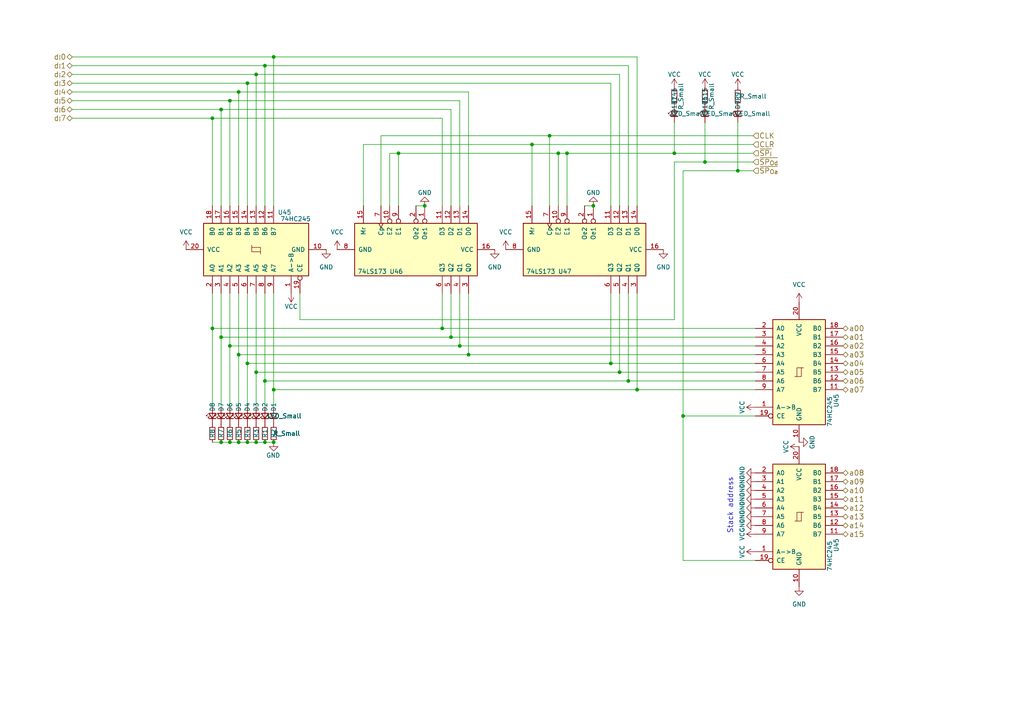
<source format=kicad_sch>
(kicad_sch (version 20230121) (generator eeschema)
  (paper "A4")
  (lib_symbols
    (symbol "74xx:74HC245" (pin_names (offset 1.016))
      (property "Reference" "U" (at -7.62 16.51 0))
      (property "Value" "74HC245" (at -7.62 -16.51 0))
      (symbol "74HC245_1_0"
        (polyline (pts (xy -0.635 -1.27) (xy -0.635 1.27) (xy 0.635 1.27)))
        (polyline (pts (xy -1.27 -1.27) (xy 0.635 -1.27) (xy 0.635 1.27) (xy 1.27 1.27)))
        (pin input line (at -12.7 -10.16 0) (length 5.08) (name "A->B") (number "1"))
        (pin power_in line (at 0 -20.32 90) (length 5.08) (name "GND") (number "10"))
        (pin tri_state line (at 12.7 -5.08 180) (length 5.08) (name "B7") (number "11"))
        (pin tri_state line (at 12.7 -2.54 180) (length 5.08) (name "B6") (number "12"))
        (pin tri_state line (at 12.7 0 180) (length 5.08) (name "B5") (number "13"))
        (pin tri_state line (at 12.7 2.54 180) (length 5.08) (name "B4") (number "14"))
        (pin tri_state line (at 12.7 5.08 180) (length 5.08) (name "B3") (number "15"))
        (pin tri_state line (at 12.7 7.62 180) (length 5.08) (name "B2") (number "16"))
        (pin tri_state line (at 12.7 10.16 180) (length 5.08) (name "B1") (number "17"))
        (pin tri_state line (at 12.7 12.7 180) (length 5.08) (name "B0") (number "18"))
        (pin input inverted (at -12.7 -12.7 0) (length 5.08) (name "CE") (number "19"))
        (pin tri_state line (at -12.7 12.7 0) (length 5.08) (name "A0") (number "2"))
        (pin power_in line (at 0 20.32 270) (length 5.08) (name "VCC") (number "20"))
        (pin tri_state line (at -12.7 10.16 0) (length 5.08) (name "A1") (number "3"))
        (pin tri_state line (at -12.7 7.62 0) (length 5.08) (name "A2") (number "4"))
        (pin tri_state line (at -12.7 5.08 0) (length 5.08) (name "A3") (number "5"))
        (pin tri_state line (at -12.7 2.54 0) (length 5.08) (name "A4") (number "6"))
        (pin tri_state line (at -12.7 0 0) (length 5.08) (name "A5") (number "7"))
        (pin tri_state line (at -12.7 -2.54 0) (length 5.08) (name "A6") (number "8"))
        (pin tri_state line (at -12.7 -5.08 0) (length 5.08) (name "A7") (number "9"))
      )
      (symbol "74HC245_1_1"
        (rectangle (start -7.62 15.24) (end 7.62 -15.24) (stroke (width 0.254)) (fill (type background)))
      )
    )
    (symbol "74xx:74LS173" (pin_names (offset 1.016))
      (property "Reference" "U" (at -7.62 19.05 0))
      (property "Value" "74LS173" (at -7.62 -19.05 0))
      (symbol "74LS173_1_0"
        (pin input inverted (at -12.7 2.54 0) (length 5.08) (name "Oe1") (number "1"))
        (pin input inverted (at -12.7 -7.62 0) (length 5.08) (name "E2") (number "10"))
        (pin input line (at -12.7 7.62 0) (length 5.08) (name "D3") (number "11"))
        (pin input line (at -12.7 10.16 0) (length 5.08) (name "D2") (number "12"))
        (pin input line (at -12.7 12.7 0) (length 5.08) (name "D1") (number "13"))
        (pin input line (at -12.7 15.24 0) (length 5.08) (name "D0") (number "14"))
        (pin input line (at -12.7 -15.24 0) (length 5.08) (name "Mr") (number "15"))
        (pin power_in line (at 0 22.86 270) (length 5.08) (name "VCC") (number "16"))
        (pin input inverted (at -12.7 0 0) (length 5.08) (name "Oe2") (number "2"))
        (pin tri_state line (at 12.7 15.24 180) (length 5.08) (name "Q0") (number "3"))
        (pin tri_state line (at 12.7 12.7 180) (length 5.08) (name "Q1") (number "4"))
        (pin tri_state line (at 12.7 10.16 180) (length 5.08) (name "Q2") (number "5"))
        (pin tri_state line (at 12.7 7.62 180) (length 5.08) (name "Q3") (number "6"))
        (pin input clock (at -12.7 -10.16 0) (length 5.08) (name "Cp") (number "7"))
        (pin power_in line (at 0 -22.86 90) (length 5.08) (name "GND") (number "8"))
        (pin input inverted (at -12.7 -5.08 0) (length 5.08) (name "E1") (number "9"))
      )
      (symbol "74LS173_1_1"
        (rectangle (start -7.62 17.78) (end 7.62 -17.78) (stroke (width 0.254)) (fill (type background)))
      )
    )
    (symbol "Device:LED_Small" (pin_numbers hide) (pin_names (offset 0.254) hide)
      (property "Reference" "D" (at -1.27 3.175 0))
      (property "Value" "LED_Small" (at -4.445 -2.54 0))
      (symbol "LED_Small_0_1"
        (polyline (pts (xy -0.762 -1.016) (xy -0.762 1.016)) (stroke (width 0.254)))
        (polyline (pts (xy 1.016 0) (xy -0.762 0)))
        (polyline (pts (xy 0.762 -1.016) (xy -0.762 0) (xy 0.762 1.016) (xy 0.762 -1.016)) (stroke (width 0.254)))
        (polyline (pts (xy 0 0.762) (xy -0.508 1.27) (xy -0.254 1.27) (xy -0.508 1.27) (xy -0.508 1.016)))
        (polyline (pts (xy 0.508 1.27) (xy 0 1.778) (xy 0.254 1.778) (xy 0 1.778) (xy 0 1.524)))
      )
      (symbol "LED_Small_1_1"
        (pin passive line (at -2.54 0 0) (length 1.778) (name "K") (number "1"))
        (pin passive line (at 2.54 0 180) (length 1.778) (name "A") (number "2"))
      )
    )
    (symbol "Device:R_Small" (pin_numbers hide) (pin_names (offset 0.254) hide)
      (property "Reference" "R" (at 0.762 0.508 0))
      (property "Value" "R_Small" (at 0.762 -1.016 0))
      (symbol "R_Small_0_1"
        (rectangle (start -0.762 1.778) (end 0.762 -1.778) (stroke (width 0.2032)))
      )
      (symbol "R_Small_1_1"
        (pin passive line (at 0 2.54 270) (length 0.762) (name "~") (number "1"))
        (pin passive line (at 0 -2.54 90) (length 0.762) (name "~") (number "2"))
      )
    )
    (symbol "power:GND" (power) (pin_names (offset 0))
      (property "Value" "GND" (at 0 -3.81 0))
      (symbol "GND_0_1"
        (polyline (pts (xy 0 0) (xy 0 -1.27) (xy 1.27 -1.27) (xy 0 -2.54) (xy -1.27 -1.27) (xy 0 -1.27)))
      )
      (symbol "GND_1_1"
        (pin power_in line (at 0 0 270) (length 0) hide (name "GND") (number "1"))
      )
    )
    (symbol "power:VCC" (power) (pin_names (offset 0))
      (property "Value" "VCC" (at 0 3.81 0))
      (symbol "VCC_0_1"
        (polyline (pts (xy -0.762 1.27) (xy 0 2.54)))
        (polyline (pts (xy 0 0) (xy 0 2.54)))
        (polyline (pts (xy 0 2.54) (xy 0.762 1.27)))
      )
      (symbol "VCC_1_1"
        (pin power_in line (at 0 0 90) (length 0) hide (name "VCC") (number "1"))
      )
    )
  )
  (junction (at 133.35 100.33))
  (junction (at 79.375 16.51))
  (junction (at 69.215 128.27))
  (junction (at 179.705 107.95))
  (junction (at 71.755 24.13))
  (junction (at 71.755 128.27))
  (junction (at 204.47 46.99))
  (junction (at 76.835 110.49))
  (junction (at 76.835 19.05))
  (junction (at 79.375 128.27))
  (junction (at 64.135 31.75))
  (junction (at 161.925 44.45))
  (junction (at 64.135 97.79))
  (junction (at 123.19 59.69))
  (junction (at 115.57 44.45))
  (junction (at 66.675 29.21))
  (junction (at 79.375 113.03))
  (junction (at 159.385 39.37))
  (junction (at 177.165 105.41))
  (junction (at 130.81 97.79))
  (junction (at 154.305 41.91))
  (junction (at 128.27 95.25))
  (junction (at 135.89 102.87))
  (junction (at 195.58 44.45))
  (junction (at 182.245 110.49))
  (junction (at 71.755 105.41))
  (junction (at 64.135 128.27))
  (junction (at 76.835 128.27))
  (junction (at 74.295 107.95))
  (junction (at 69.215 26.67))
  (junction (at 74.295 21.59))
  (junction (at 172.085 59.69))
  (junction (at 213.995 49.53))
  (junction (at 66.675 100.33))
  (junction (at 66.675 128.27))
  (junction (at 198.12 120.65))
  (junction (at 69.215 102.87))
  (junction (at 184.785 113.03))
  (junction (at 61.595 34.29))
  (junction (at 164.465 44.45))
  (junction (at 61.595 95.25))
  (junction (at 74.295 128.27))
  (wire (pts (xy 86.995 85.09) (xy 86.995 92.71)))
  (wire (pts (xy 66.675 29.21) (xy 66.675 59.69)))
  (wire (pts (xy 69.215 128.27) (xy 66.675 128.27)))
  (wire (pts (xy 20.955 34.29) (xy 61.595 34.29)))
  (wire (pts (xy 76.835 19.05) (xy 182.245 19.05)))
  (wire (pts (xy 105.41 41.91) (xy 154.305 41.91)))
  (wire (pts (xy 154.305 41.91) (xy 154.305 59.69)))
  (wire (pts (xy 128.27 95.25) (xy 219.075 95.25)))
  (wire (pts (xy 76.835 110.49) (xy 76.835 118.11)))
  (wire (pts (xy 130.81 97.79) (xy 130.81 85.09)))
  (wire (pts (xy 164.465 44.45) (xy 164.465 59.69)))
  (wire (pts (xy 74.295 21.59) (xy 74.295 59.69)))
  (wire (pts (xy 177.165 105.41) (xy 177.165 85.09)))
  (wire (pts (xy 195.58 35.56) (xy 195.58 44.45)))
  (wire (pts (xy 69.215 26.67) (xy 69.215 59.69)))
  (wire (pts (xy 71.755 24.13) (xy 71.755 59.69)))
  (wire (pts (xy 20.955 21.59) (xy 74.295 21.59)))
  (wire (pts (xy 184.785 16.51) (xy 184.785 59.69)))
  (wire (pts (xy 198.12 162.56) (xy 219.075 162.56)))
  (wire (pts (xy 113.03 44.45) (xy 113.03 59.69)))
  (wire (pts (xy 105.41 59.69) (xy 105.41 41.91)))
  (wire (pts (xy 177.165 105.41) (xy 219.075 105.41)))
  (wire (pts (xy 61.595 34.29) (xy 61.595 59.69)))
  (wire (pts (xy 76.835 85.09) (xy 76.835 110.49)))
  (wire (pts (xy 20.955 26.67) (xy 69.215 26.67)))
  (wire (pts (xy 204.47 35.56) (xy 204.47 46.99)))
  (wire (pts (xy 133.35 29.21) (xy 133.35 59.69)))
  (wire (pts (xy 76.835 19.05) (xy 76.835 59.69)))
  (wire (pts (xy 61.595 95.25) (xy 61.595 118.11)))
  (wire (pts (xy 76.835 128.27) (xy 74.295 128.27)))
  (wire (pts (xy 195.58 46.99) (xy 204.47 46.99)))
  (wire (pts (xy 69.215 102.87) (xy 69.215 118.11)))
  (wire (pts (xy 79.375 16.51) (xy 184.785 16.51)))
  (wire (pts (xy 133.35 100.33) (xy 219.075 100.33)))
  (wire (pts (xy 115.57 44.45) (xy 161.925 44.45)))
  (wire (pts (xy 20.955 29.21) (xy 66.675 29.21)))
  (wire (pts (xy 110.49 39.37) (xy 110.49 59.69)))
  (wire (pts (xy 69.215 102.87) (xy 135.89 102.87)))
  (wire (pts (xy 64.135 31.75) (xy 130.81 31.75)))
  (wire (pts (xy 79.375 85.09) (xy 79.375 113.03)))
  (wire (pts (xy 66.675 128.27) (xy 64.135 128.27)))
  (wire (pts (xy 71.755 105.41) (xy 71.755 118.11)))
  (wire (pts (xy 61.595 34.29) (xy 128.27 34.29)))
  (wire (pts (xy 213.995 35.56) (xy 213.995 49.53)))
  (wire (pts (xy 74.295 107.95) (xy 179.705 107.95)))
  (wire (pts (xy 135.89 26.67) (xy 135.89 59.69)))
  (wire (pts (xy 71.755 128.27) (xy 69.215 128.27)))
  (wire (pts (xy 130.81 31.75) (xy 130.81 59.69)))
  (wire (pts (xy 135.89 102.87) (xy 135.89 85.09)))
  (wire (pts (xy 195.58 44.45) (xy 218.44 44.45)))
  (wire (pts (xy 20.955 31.75) (xy 64.135 31.75)))
  (wire (pts (xy 74.295 107.95) (xy 74.295 118.11)))
  (wire (pts (xy 161.925 44.45) (xy 164.465 44.45)))
  (wire (pts (xy 64.135 31.75) (xy 64.135 59.69)))
  (wire (pts (xy 115.57 44.45) (xy 115.57 59.69)))
  (wire (pts (xy 218.44 39.37) (xy 159.385 39.37)))
  (wire (pts (xy 66.675 100.33) (xy 133.35 100.33)))
  (wire (pts (xy 218.44 49.53) (xy 213.995 49.53)))
  (wire (pts (xy 86.995 92.71) (xy 195.58 92.71)))
  (wire (pts (xy 219.075 120.65) (xy 198.12 120.65)))
  (wire (pts (xy 61.595 95.25) (xy 128.27 95.25)))
  (wire (pts (xy 179.705 107.95) (xy 219.075 107.95)))
  (wire (pts (xy 177.165 24.13) (xy 71.755 24.13)))
  (wire (pts (xy 204.47 46.99) (xy 218.44 46.99)))
  (wire (pts (xy 20.955 19.05) (xy 76.835 19.05)))
  (wire (pts (xy 61.595 85.09) (xy 61.595 95.25)))
  (wire (pts (xy 184.785 85.09) (xy 184.785 113.03)))
  (wire (pts (xy 66.675 100.33) (xy 66.675 118.11)))
  (wire (pts (xy 76.835 110.49) (xy 182.245 110.49)))
  (wire (pts (xy 135.89 102.87) (xy 219.075 102.87)))
  (wire (pts (xy 182.245 19.05) (xy 182.245 59.69)))
  (wire (pts (xy 64.135 128.27) (xy 61.595 128.27)))
  (wire (pts (xy 133.35 100.33) (xy 133.35 85.09)))
  (wire (pts (xy 161.925 44.45) (xy 161.925 59.69)))
  (wire (pts (xy 79.375 113.03) (xy 184.785 113.03)))
  (wire (pts (xy 113.03 44.45) (xy 115.57 44.45)))
  (wire (pts (xy 71.755 85.09) (xy 71.755 105.41)))
  (wire (pts (xy 64.135 85.09) (xy 64.135 97.79)))
  (wire (pts (xy 66.675 29.21) (xy 133.35 29.21)))
  (wire (pts (xy 182.245 85.09) (xy 182.245 110.49)))
  (wire (pts (xy 198.12 49.53) (xy 198.12 120.65)))
  (wire (pts (xy 20.955 24.13) (xy 71.755 24.13)))
  (wire (pts (xy 128.27 95.25) (xy 128.27 85.09)))
  (wire (pts (xy 219.075 110.49) (xy 182.245 110.49)))
  (wire (pts (xy 69.215 85.09) (xy 69.215 102.87)))
  (wire (pts (xy 66.675 85.09) (xy 66.675 100.33)))
  (wire (pts (xy 198.12 120.65) (xy 198.12 162.56)))
  (wire (pts (xy 128.27 34.29) (xy 128.27 59.69)))
  (wire (pts (xy 177.165 59.69) (xy 177.165 24.13)))
  (wire (pts (xy 198.12 49.53) (xy 213.995 49.53)))
  (wire (pts (xy 179.705 107.95) (xy 179.705 85.09)))
  (wire (pts (xy 110.49 39.37) (xy 159.385 39.37)))
  (wire (pts (xy 74.295 21.59) (xy 179.705 21.59)))
  (wire (pts (xy 64.135 97.79) (xy 64.135 118.11)))
  (wire (pts (xy 74.295 85.09) (xy 74.295 107.95)))
  (wire (pts (xy 20.955 16.51) (xy 79.375 16.51)))
  (wire (pts (xy 130.81 97.79) (xy 219.075 97.79)))
  (wire (pts (xy 169.545 59.69) (xy 172.085 59.69)))
  (wire (pts (xy 79.375 128.27) (xy 76.835 128.27)))
  (wire (pts (xy 219.075 113.03) (xy 184.785 113.03)))
  (wire (pts (xy 64.135 97.79) (xy 130.81 97.79)))
  (wire (pts (xy 154.305 41.91) (xy 218.44 41.91)))
  (wire (pts (xy 74.295 128.27) (xy 71.755 128.27)))
  (wire (pts (xy 71.755 105.41) (xy 177.165 105.41)))
  (wire (pts (xy 179.705 21.59) (xy 179.705 59.69)))
  (wire (pts (xy 120.65 59.69) (xy 123.19 59.69)))
  (wire (pts (xy 195.58 46.99) (xy 195.58 92.71)))
  (wire (pts (xy 79.375 16.51) (xy 79.375 59.69)))
  (wire (pts (xy 79.375 113.03) (xy 79.375 118.11)))
  (wire (pts (xy 164.465 44.45) (xy 195.58 44.45)))
  (wire (pts (xy 159.385 39.37) (xy 159.385 59.69)))
  (wire (pts (xy 69.215 26.67) (xy 135.89 26.67)))
  (text "Stack address" (at 212.725 138.43 90) (effects (font (size 1.524 1.524)) (justify right bottom)))
  (hierarchical_label "d_{i}4" (shape tri_state) (at 20.955 26.67 180) (effects (font (size 1.524 1.524))))
  (hierarchical_label "d_{i}2" (shape tri_state) (at 20.955 21.59 180) (effects (font (size 1.524 1.524))))
  (hierarchical_label "a05" (shape tri_state) (at 244.475 107.95 0) (effects (font (size 1.524 1.524))))
  (hierarchical_label "a00" (shape tri_state) (at 244.475 95.25 0) (effects (font (size 1.524 1.524))))
  (hierarchical_label "a11" (shape tri_state) (at 244.475 144.78 0) (effects (font (size 1.524 1.524))))
  (hierarchical_label "~{SP_{Oa}}" (shape input) (at 218.44 49.53 0) (effects (font (size 1.524 1.524))))
  (hierarchical_label "d_{i}6" (shape tri_state) (at 20.955 31.75 180) (effects (font (size 1.524 1.524))))
  (hierarchical_label "a01" (shape tri_state) (at 244.475 97.79 0) (effects (font (size 1.524 1.524))))
  (hierarchical_label "a06" (shape tri_state) (at 244.475 110.49 0) (effects (font (size 1.524 1.524))))
  (hierarchical_label "d_{i}3" (shape tri_state) (at 20.955 24.13 180) (effects (font (size 1.524 1.524))))
  (hierarchical_label "CLK" (shape input) (at 218.44 39.37 0) (effects (font (size 1.524 1.524))))
  (hierarchical_label "a13" (shape tri_state) (at 244.475 149.86 0) (effects (font (size 1.524 1.524))))
  (hierarchical_label "a15" (shape tri_state) (at 244.475 154.94 0) (effects (font (size 1.524 1.524))))
  (hierarchical_label "~{SP_{I}}" (shape input) (at 218.44 44.45 0) (effects (font (size 1.524 1.524))))
  (hierarchical_label "a10" (shape tri_state) (at 244.475 142.24 0) (effects (font (size 1.524 1.524))))
  (hierarchical_label "a12" (shape tri_state) (at 244.475 147.32 0) (effects (font (size 1.524 1.524))))
  (hierarchical_label "a04" (shape tri_state) (at 244.475 105.41 0) (effects (font (size 1.524 1.524))))
  (hierarchical_label "CLR" (shape input) (at 218.44 41.91 0) (effects (font (size 1.524 1.524))))
  (hierarchical_label "d_{i}1" (shape tri_state) (at 20.955 19.05 180) (effects (font (size 1.524 1.524))))
  (hierarchical_label "d_{i}5" (shape tri_state) (at 20.955 29.21 180) (effects (font (size 1.524 1.524))))
  (hierarchical_label "a03" (shape tri_state) (at 244.475 102.87 0) (effects (font (size 1.524 1.524))))
  (hierarchical_label "a14" (shape tri_state) (at 244.475 152.4 0) (effects (font (size 1.524 1.524))))
  (hierarchical_label "a09" (shape tri_state) (at 244.475 139.7 0) (effects (font (size 1.524 1.524))))
  (hierarchical_label "d_{i}7" (shape tri_state) (at 20.955 34.29 180) (effects (font (size 1.524 1.524))))
  (hierarchical_label "a02" (shape tri_state) (at 244.475 100.33 0) (effects (font (size 1.524 1.524))))
  (hierarchical_label "a08" (shape tri_state) (at 244.475 137.16 0) (effects (font (size 1.524 1.524))))
  (hierarchical_label "d_{i}0" (shape tri_state) (at 20.955 16.51 180) (effects (font (size 1.524 1.524))))
  (hierarchical_label "~{SP_{Od}}" (shape input) (at 218.44 46.99 0) (effects (font (size 1.524 1.524))))
  (hierarchical_label "a07" (shape tri_state) (at 244.475 113.03 0) (effects (font (size 1.524 1.524))))
  (symbol (lib_id "power:GND") (at 231.775 128.27 90) (unit 1)
    (property "Reference" "#PWR0168" (effects hide))
    (property "Value" "GND" (at 235.585 128.27 0))
    (instances (project "8bit-computer" (path "" (reference "#PWR0168") (unit 1)) (path "" (reference "#PWR037") (unit 1))))
  )
  (symbol (lib_id "power:VCC") (at 204.47 25.4 0) (mirror y) (unit 1)
    (property "Reference" "#PWR024" (effects hide))
    (property "Value" "VCC" (at 206.375 21.59 0) (effects (justify left)))
    (instances (project "8bit-computer" (path "" (reference "#PWR024") (unit 1)) (path "" (reference "#PWR033") (unit 1)) (path "" (reference "#PWR024") (unit 1))))
  )
  (symbol (lib_id "74xx:74LS173") (at 120.65 72.39 270) (unit 1)
    (property "Reference" "U46" (at 114.935 78.74 90))
    (property "Value" "74LS173" (at 107.95 78.74 90))
    (property "Datasheet" "http://www.ti.com/lit/gpn/sn74LS173" (effects hide))
    (instances (project "8bit-computer" (path "" (reference "U46") (unit 1)) (path "" (reference "U3") (unit 1))))
  )
  (symbol (lib_id "power:GND") (at 192.405 72.39 0) (unit 1)
    (property "Reference" "#PWR0174" (effects hide))
    (property "Value" "GND" (at 192.405 77.47 0))
    (instances (project "8bit-computer" (path "" (reference "#PWR0174") (unit 1)) (path "" (reference "#PWR022") (unit 1))))
  )
  (symbol (lib_id "Device:LED_Small") (at 71.755 120.65 90) (unit 1)
    (property "Reference" "D4" (at 71.755 118.0465 0))
    (property "Value" "LED_Small" (at 82.4865 120.65 90))
    (instances (project "8bit-computer" (path "" (reference "D4") (unit 1)) (path "" (reference "D63") (unit 1)) (path "" (reference "D29") (unit 1))))
  )
  (symbol (lib_id "Device:R_Small") (at 71.755 125.73 0) (unit 1)
    (property "Reference" "R4" (at 71.755 125.73 90))
    (property "Value" "R_Small" (at 83.185 125.73 0))
    (instances (project "8bit-computer" (path "" (reference "R4") (unit 1)) (path "" (reference "R68") (unit 1)) (path "" (reference "R29") (unit 1))))
  )
  (symbol (lib_id "Device:LED_Small") (at 79.375 120.65 90) (unit 1)
    (property "Reference" "D1" (at 79.375 118.0465 0))
    (property "Value" "LED_Small" (at 82.4865 120.65 90))
    (instances (project "8bit-computer" (path "" (reference "D1") (unit 1)) (path "" (reference "D32") (unit 1)) (path "" (reference "D32") (unit 1))))
  )
  (symbol (lib_id "power:GND") (at 219.075 152.4 270) (unit 1)
    (property "Reference" "#PWR0168" (effects hide))
    (property "Value" "GND" (at 215.265 152.4 0))
    (instances (project "8bit-computer" (path "" (reference "#PWR0168") (unit 1)) (path "" (reference "#PWR033") (unit 1))))
  )
  (symbol (lib_id "Device:R_Small") (at 66.675 125.73 0) (unit 1)
    (property "Reference" "R6" (at 66.675 125.73 90))
    (property "Value" "R_Small" (at 83.185 125.73 0))
    (instances (project "8bit-computer" (path "" (reference "R6") (unit 1)) (path "" (reference "R70") (unit 1)) (path "" (reference "R27") (unit 1))))
  )
  (symbol (lib_id "power:GND") (at 79.375 128.27 0) (unit 1)
    (property "Reference" "#PWR097" (effects hide))
    (property "Value" "GND" (at 81.28 132.08 0) (effects (justify right)))
    (instances (project "8bit-computer" (path "" (reference "#PWR097") (unit 1)) (path "" (reference "#PWR0101") (unit 1)) (path "" (reference "#PWR014") (unit 1))))
  )
  (symbol (lib_id "Device:R_Small") (at 64.135 125.73 0) (unit 1)
    (property "Reference" "R7" (at 64.135 125.73 90))
    (property "Value" "R_Small" (at 83.185 125.73 0))
    (instances (project "8bit-computer" (path "" (reference "R7") (unit 1)) (path "" (reference "R71") (unit 1)) (path "" (reference "R26") (unit 1))))
  )
  (symbol (lib_id "power:VCC") (at 195.58 25.4 0) (unit 1)
    (property "Reference" "#PWR0217" (effects hide))
    (property "Value" "VCC" (at 193.675 21.59 0) (effects (justify left)))
    (instances (project "8bit-computer" (path "" (reference "#PWR0217") (unit 1)) (path "" (reference "#PWR023") (unit 1))))
  )
  (symbol (lib_id "74xx:74HC245") (at 231.775 107.95 0) (unit 1)
    (property "Reference" "U45" (at 242.57 116.205 90))
    (property "Value" "74HC245" (at 240.665 119.38 90))
    (property "Datasheet" "http://www.ti.com/lit/gpn/sn74HC245" (effects hide))
    (instances (project "8bit-computer" (path "" (reference "U45") (unit 1)) (path "" (reference "U5") (unit 1))))
  )
  (symbol (lib_id "74xx:74LS173") (at 169.545 72.39 270) (unit 1)
    (property "Reference" "U47" (at 163.83 78.74 90))
    (property "Value" "74LS173" (at 156.845 78.74 90))
    (property "Datasheet" "http://www.ti.com/lit/gpn/sn74LS173" (effects hide))
    (instances (project "8bit-computer" (path "" (reference "U47") (unit 1)) (path "" (reference "U4") (unit 1))))
  )
  (symbol (lib_id "power:GND") (at 219.075 144.78 270) (unit 1)
    (property "Reference" "#PWR0168" (effects hide))
    (property "Value" "GND" (at 215.265 144.78 0))
    (instances (project "8bit-computer" (path "" (reference "#PWR0168") (unit 1)) (path "" (reference "#PWR030") (unit 1))))
  )
  (symbol (lib_id "power:GND") (at 123.19 59.69 180) (unit 1)
    (property "Reference" "#PWR0170" (effects hide))
    (property "Value" "GND" (at 123.19 55.88 0))
    (instances (project "8bit-computer" (path "" (reference "#PWR0170") (unit 1)) (path "" (reference "#PWR018") (unit 1))))
  )
  (symbol (lib_id "power:VCC") (at 219.075 160.02 90) (unit 1)
    (property "Reference" "#PWR0165" (effects hide))
    (property "Value" "VCC" (at 215.265 160.02 0))
    (instances (project "8bit-computer" (path "" (reference "#PWR0165") (unit 1)) (path "" (reference "#PWR035") (unit 1))))
  )
  (symbol (lib_id "Device:LED_Small") (at 213.995 33.02 90) (unit 1)
    (property "Reference" "D9" (at 213.995 30.4165 0))
    (property "Value" "LED_Small" (at 218.44 32.9565 90))
    (instances (project "8bit-computer" (path "" (reference "D9") (unit 1)) (path "" (reference "D123") (unit 1)) (path "" (reference "D35") (unit 1))))
  )
  (symbol (lib_id "power:GND") (at 219.075 142.24 270) (unit 1)
    (property "Reference" "#PWR0168" (effects hide))
    (property "Value" "GND" (at 215.265 142.24 0))
    (instances (project "8bit-computer" (path "" (reference "#PWR0168") (unit 1)) (path "" (reference "#PWR029") (unit 1))))
  )
  (symbol (lib_id "power:GND") (at 231.775 170.18 0) (unit 1)
    (property "Reference" "#PWR0168" (effects hide))
    (property "Value" "GND" (at 231.775 175.26 0))
    (instances (project "8bit-computer" (path "" (reference "#PWR0168") (unit 1)) (path "" (reference "#PWR039") (unit 1))))
  )
  (symbol (lib_id "power:GND") (at 172.085 59.69 180) (unit 1)
    (property "Reference" "#PWR0173" (effects hide))
    (property "Value" "GND" (at 172.085 55.88 0))
    (instances (project "8bit-computer" (path "" (reference "#PWR0173") (unit 1)) (path "" (reference "#PWR021") (unit 1))))
  )
  (symbol (lib_id "power:VCC") (at 53.975 72.39 0) (unit 1)
    (property "Reference" "#PWR0165" (effects hide))
    (property "Value" "VCC" (at 53.975 67.31 0))
    (instances (project "8bit-computer" (path "" (reference "#PWR0165") (unit 1)) (path "" (reference "#PWR013") (unit 1))))
  )
  (symbol (lib_id "power:GND") (at 219.075 147.32 270) (unit 1)
    (property "Reference" "#PWR0168" (effects hide))
    (property "Value" "GND" (at 215.265 147.32 0))
    (instances (project "8bit-computer" (path "" (reference "#PWR0168") (unit 1)) (path "" (reference "#PWR031") (unit 1))))
  )
  (symbol (lib_id "power:VCC") (at 213.995 25.4 0) (unit 1)
    (property "Reference" "#PWR0196" (effects hide))
    (property "Value" "VCC" (at 213.995 21.59 0))
    (instances (project "8bit-computer" (path "" (reference "#PWR0196") (unit 1)) (path "" (reference "#PWR025") (unit 1))))
  )
  (symbol (lib_id "power:GND") (at 219.075 137.16 270) (unit 1)
    (property "Reference" "#PWR0168" (effects hide))
    (property "Value" "GND" (at 215.265 137.16 0))
    (instances (project "8bit-computer" (path "" (reference "#PWR0168") (unit 1)) (path "" (reference "#PWR027") (unit 1))))
  )
  (symbol (lib_id "Device:LED_Small") (at 195.58 33.02 90) (unit 1)
    (property "Reference" "D137" (at 195.58 30.4165 0))
    (property "Value" "LED_Small" (at 199.39 32.9565 90))
    (instances (project "8bit-computer" (path "" (reference "D137") (unit 1)) (path "" (reference "D33") (unit 1))))
  )
  (symbol (lib_id "Device:LED_Small") (at 64.135 120.65 90) (unit 1)
    (property "Reference" "D7" (at 64.135 118.0465 0))
    (property "Value" "LED_Small" (at 82.4865 120.65 90))
    (instances (project "8bit-computer" (path "" (reference "D7") (unit 1)) (path "" (reference "D66") (unit 1)) (path "" (reference "D26") (unit 1))))
  )
  (symbol (lib_id "power:VCC") (at 219.075 154.94 90) (unit 1)
    (property "Reference" "#PWR0165" (effects hide))
    (property "Value" "VCC" (at 215.265 154.94 0))
    (instances (project "8bit-computer" (path "" (reference "#PWR0165") (unit 1)) (path "" (reference "#PWR034") (unit 1))))
  )
  (symbol (lib_id "power:GND") (at 219.075 139.7 270) (unit 1)
    (property "Reference" "#PWR0168" (effects hide))
    (property "Value" "GND" (at 215.265 139.7 0))
    (instances (project "8bit-computer" (path "" (reference "#PWR0168") (unit 1)) (path "" (reference "#PWR028") (unit 1))))
  )
  (symbol (lib_id "Device:LED_Small") (at 69.215 120.65 90) (unit 1)
    (property "Reference" "D5" (at 69.215 118.0465 0))
    (property "Value" "LED_Small" (at 82.4865 120.65 90))
    (instances (project "8bit-computer" (path "" (reference "D5") (unit 1)) (path "" (reference "D64") (unit 1)) (path "" (reference "D28") (unit 1))))
  )
  (symbol (lib_id "power:GND") (at 143.51 72.39 0) (unit 1)
    (property "Reference" "#PWR0171" (effects hide))
    (property "Value" "GND" (at 143.51 77.47 0))
    (instances (project "8bit-computer" (path "" (reference "#PWR0171") (unit 1)) (path "" (reference "#PWR019") (unit 1))))
  )
  (symbol (lib_id "74xx:74HC245") (at 231.775 149.86 0) (unit 1)
    (property "Reference" "U45" (at 242.57 158.115 90))
    (property "Value" "74HC245" (at 240.665 161.29 90))
    (property "Datasheet" "http://www.ti.com/lit/gpn/sn74HC245" (effects hide))
    (instances (project "8bit-computer" (path "" (reference "U45") (unit 1)) (path "" (reference "U6") (unit 1))))
  )
  (symbol (lib_id "power:GND") (at 94.615 72.39 0) (unit 1)
    (property "Reference" "#PWR0168" (effects hide))
    (property "Value" "GND" (at 94.615 77.47 0))
    (instances (project "8bit-computer" (path "" (reference "#PWR0168") (unit 1)) (path "" (reference "#PWR016") (unit 1))))
  )
  (symbol (lib_id "power:VCC") (at 231.775 87.63 0) (unit 1)
    (property "Reference" "#PWR0165" (effects hide))
    (property "Value" "VCC" (at 231.775 82.55 0))
    (instances (project "8bit-computer" (path "" (reference "#PWR0165") (unit 1)) (path "" (reference "#PWR036") (unit 1))))
  )
  (symbol (lib_id "Device:R_Small") (at 195.58 27.94 180) (unit 1)
    (property "Reference" "R146" (at 195.58 27.94 90))
    (property "Value" "R_Small" (at 197.485 27.94 90))
    (instances (project "8bit-computer" (path "" (reference "R146") (unit 1)) (path "" (reference "R33") (unit 1))))
  )
  (symbol (lib_id "74xx:74HC245") (at 74.295 72.39 90) (unit 1)
    (property "Reference" "U45" (at 82.55 61.595 90))
    (property "Value" "74HC245" (at 85.725 63.5 90))
    (property "Datasheet" "http://www.ti.com/lit/gpn/sn74HC245" (effects hide))
    (instances (project "8bit-computer" (path "" (reference "U45") (unit 1)) (path "" (reference "U2") (unit 1))))
  )
  (symbol (lib_id "Device:R_Small") (at 204.47 27.94 0) (mirror x) (unit 1)
    (property "Reference" "R115" (at 204.47 27.94 90))
    (property "Value" "R_Small" (at 206.375 27.94 90))
    (instances (project "8bit-computer" (path "" (reference "R115") (unit 1)) (path "" (reference "R116") (unit 1)) (path "" (reference "R34") (unit 1))))
  )
  (symbol (lib_id "Device:R_Small") (at 74.295 125.73 0) (unit 1)
    (property "Reference" "R3" (at 74.295 125.73 90))
    (property "Value" "R_Small" (at 83.185 125.73 0))
    (instances (project "8bit-computer" (path "" (reference "R3") (unit 1)) (path "" (reference "R67") (unit 1)) (path "" (reference "R30") (unit 1))))
  )
  (symbol (lib_id "power:VCC") (at 219.075 118.11 90) (unit 1)
    (property "Reference" "#PWR0165" (effects hide))
    (property "Value" "VCC" (at 215.265 118.11 0))
    (instances (project "8bit-computer" (path "" (reference "#PWR0165") (unit 1)) (path "" (reference "#PWR026") (unit 1))))
  )
  (symbol (lib_id "power:VCC") (at 97.79 72.39 0) (unit 1)
    (property "Reference" "#PWR0169" (effects hide))
    (property "Value" "VCC" (at 97.79 67.31 0))
    (instances (project "8bit-computer" (path "" (reference "#PWR0169") (unit 1)) (path "" (reference "#PWR017") (unit 1))))
  )
  (symbol (lib_id "Device:R_Small") (at 79.375 125.73 0) (unit 1)
    (property "Reference" "R2" (at 79.375 125.73 90))
    (property "Value" "R_Small" (at 83.185 125.73 0))
    (instances (project "8bit-computer" (path "" (reference "R2") (unit 1)) (path "" (reference "R32") (unit 1)) (path "" (reference "R32") (unit 1))))
  )
  (symbol (lib_id "Device:LED_Small") (at 74.295 120.65 90) (unit 1)
    (property "Reference" "D3" (at 74.295 118.0465 0))
    (property "Value" "LED_Small" (at 82.4865 120.65 90))
    (instances (project "8bit-computer" (path "" (reference "D3") (unit 1)) (path "" (reference "D62") (unit 1)) (path "" (reference "D30") (unit 1))))
  )
  (symbol (lib_id "power:GND") (at 219.075 149.86 270) (unit 1)
    (property "Reference" "#PWR0168" (effects hide))
    (property "Value" "GND" (at 215.265 149.86 0))
    (instances (project "8bit-computer" (path "" (reference "#PWR0168") (unit 1)) (path "" (reference "#PWR032") (unit 1))))
  )
  (symbol (lib_id "Device:LED_Small") (at 204.47 33.02 90) (unit 1)
    (property "Reference" "D106" (at 204.47 30.4165 0))
    (property "Value" "LED_Small" (at 208.915 32.9565 90))
    (instances (project "8bit-computer" (path "" (reference "D106") (unit 1)) (path "" (reference "D107") (unit 1)) (path "" (reference "D34") (unit 1))))
  )
  (symbol (lib_id "Device:R_Small") (at 69.215 125.73 0) (unit 1)
    (property "Reference" "R5" (at 69.215 125.73 90))
    (property "Value" "R_Small" (at 83.185 125.73 0))
    (instances (project "8bit-computer" (path "" (reference "R5") (unit 1)) (path "" (reference "R69") (unit 1)) (path "" (reference "R28") (unit 1))))
  )
  (symbol (lib_id "power:VCC") (at 146.685 72.39 0) (unit 1)
    (property "Reference" "#PWR0172" (effects hide))
    (property "Value" "VCC" (at 146.685 67.31 0))
    (instances (project "8bit-computer" (path "" (reference "#PWR0172") (unit 1)) (path "" (reference "#PWR020") (unit 1))))
  )
  (symbol (lib_id "Device:LED_Small") (at 61.595 120.65 90) (unit 1)
    (property "Reference" "D8" (at 61.595 118.0465 0))
    (property "Value" "LED_Small" (at 82.4865 120.65 90))
    (instances (project "8bit-computer" (path "" (reference "D8") (unit 1)) (path "" (reference "D67") (unit 1)) (path "" (reference "D25") (unit 1))))
  )
  (symbol (lib_id "power:VCC") (at 231.775 129.54 90) (unit 1)
    (property "Reference" "#PWR0165" (effects hide))
    (property "Value" "VCC" (at 227.965 129.54 0))
    (instances (project "8bit-computer" (path "" (reference "#PWR0165") (unit 1)) (path "" (reference "#PWR038") (unit 1))))
  )
  (symbol (lib_id "power:VCC") (at 84.455 85.09 180) (unit 1)
    (property "Reference" "#PWR0167" (effects hide))
    (property "Value" "VCC" (at 84.455 88.9 0))
    (instances (project "8bit-computer" (path "" (reference "#PWR0167") (unit 1)) (path "" (reference "#PWR015") (unit 1))))
  )
  (symbol (lib_id "Device:R_Small") (at 76.835 125.73 0) (unit 1)
    (property "Reference" "R1" (at 76.835 125.73 90))
    (property "Value" "R_Small" (at 83.185 125.73 0))
    (instances (project "8bit-computer" (path "" (reference "R1") (unit 1)) (path "" (reference "R66") (unit 1)) (path "" (reference "R31") (unit 1))))
  )
  (symbol (lib_id "Device:LED_Small") (at 66.675 120.65 90) (unit 1)
    (property "Reference" "D6" (at 66.675 118.0465 0))
    (property "Value" "LED_Small" (at 82.4865 120.65 90))
    (instances (project "8bit-computer" (path "" (reference "D6") (unit 1)) (path "" (reference "D65") (unit 1)) (path "" (reference "D27") (unit 1))))
  )
  (symbol (lib_id "Device:R_Small") (at 61.595 125.73 0) (unit 1)
    (property "Reference" "R8" (at 61.595 125.73 90))
    (property "Value" "R_Small" (at 83.185 125.73 0))
    (instances (project "8bit-computer" (path "" (reference "R8") (unit 1)) (path "" (reference "R72") (unit 1)) (path "" (reference "R25") (unit 1))))
  )
  (symbol (lib_id "Device:LED_Small") (at 76.835 120.65 90) (unit 1)
    (property "Reference" "D2" (at 76.835 118.0465 0))
    (property "Value" "LED_Small" (at 82.4865 120.65 90))
    (instances (project "8bit-computer" (path "" (reference "D2") (unit 1)) (path "" (reference "D61") (unit 1)) (path "" (reference "D31") (unit 1))))
  )
  (symbol (lib_id "Device:R_Small") (at 213.995 27.94 180) (unit 1)
    (property "Reference" "R9" (at 213.995 27.94 90))
    (property "Value" "R_Small" (at 218.44 27.94 0))
    (instances (project "8bit-computer" (path "" (reference "R9") (unit 1)) (path "" (reference "R132") (unit 1)) (path "" (reference "R35") (unit 1))))
  )
)
</source>
